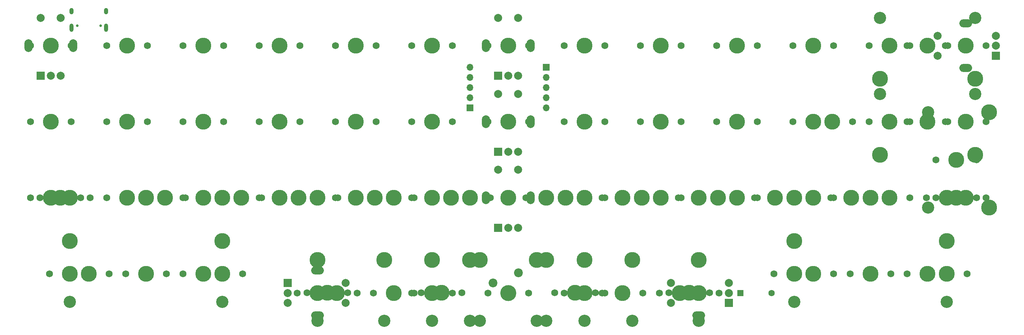
<source format=gbr>
%TF.GenerationSoftware,KiCad,Pcbnew,(6.0.11)*%
%TF.CreationDate,2023-02-27T17:51:17+01:00*%
%TF.ProjectId,alpha-curISO_routingv6,616c7068-612d-4637-9572-49534f5f726f,rev?*%
%TF.SameCoordinates,Original*%
%TF.FileFunction,Soldermask,Top*%
%TF.FilePolarity,Negative*%
%FSLAX46Y46*%
G04 Gerber Fmt 4.6, Leading zero omitted, Abs format (unit mm)*
G04 Created by KiCad (PCBNEW (6.0.11)) date 2023-02-27 17:51:17*
%MOMM*%
%LPD*%
G01*
G04 APERTURE LIST*
%ADD10C,1.750000*%
%ADD11C,3.987800*%
%ADD12O,2.000000X3.200000*%
%ADD13R,2.000000X2.000000*%
%ADD14C,2.000000*%
%ADD15C,3.048000*%
%ADD16O,3.200000X2.000000*%
%ADD17C,4.000000*%
%ADD18C,2.200000*%
%ADD19R,1.700000X1.700000*%
%ADD20O,1.700000X1.700000*%
%ADD21R,1.600000X1.600000*%
%ADD22C,1.600000*%
%ADD23C,0.650000*%
%ADD24O,1.000000X1.600000*%
%ADD25O,1.000000X2.100000*%
G04 APERTURE END LIST*
D10*
%TO.C,SW30(ortho)1*%
X95567500Y-96820487D03*
D11*
X90487500Y-96820487D03*
D10*
X85407500Y-96820487D03*
%TD*%
%TO.C,SW12*%
X247967500Y-58737500D03*
D11*
X242887500Y-58737500D03*
D10*
X237807500Y-58737500D03*
%TD*%
D11*
%TO.C,SW31(ortho)1*%
X109537500Y-96820487D03*
D10*
X114617500Y-96820487D03*
X104457500Y-96820487D03*
%TD*%
%TO.C,SW43(1.75)1*%
X136062566Y-120635521D03*
X125902566Y-120635521D03*
D11*
X130982566Y-120635521D03*
%TD*%
D10*
%TO.C,SW48*%
X243205000Y-115887500D03*
X233045000Y-115887500D03*
D11*
X238125000Y-115887500D03*
%TD*%
D10*
%TO.C,SW33(1.5stagger)1*%
X152082500Y-96820487D03*
D11*
X157162500Y-96820487D03*
D10*
X162242500Y-96820487D03*
%TD*%
D12*
%TO.C,SW_rotary3*%
X153237500Y-58737500D03*
X142037500Y-58737500D03*
D13*
X145137500Y-66237500D03*
D14*
X150137500Y-66237500D03*
X147637500Y-66237500D03*
X150137500Y-51737500D03*
X145137500Y-51737500D03*
%TD*%
D10*
%TO.C,SW42(3)1*%
X124142500Y-120650000D03*
X113982500Y-120650000D03*
D11*
X119062500Y-120650000D03*
D15*
X138112500Y-127635000D03*
D11*
X100012500Y-112395000D03*
X138112500Y-112395000D03*
D15*
X100012500Y-127635000D03*
%TD*%
D10*
%TO.C,SW32(ortho)1*%
X133667500Y-96820487D03*
X123507500Y-96820487D03*
D11*
X128587500Y-96820487D03*
%TD*%
%TO.C,SW42(1)1*%
X100012500Y-120650000D03*
D10*
X105092500Y-120650000D03*
X94932500Y-120650000D03*
%TD*%
%TO.C,SW34(1.5stagger)1*%
X171132500Y-96820487D03*
D11*
X176212500Y-96820487D03*
D10*
X181292500Y-96820487D03*
%TD*%
%TO.C,SW21*%
X171767500Y-77787500D03*
D11*
X166687500Y-77787500D03*
D10*
X161607500Y-77787500D03*
%TD*%
D11*
%TO.C,SW28*%
X57150000Y-96820487D03*
D10*
X52070000Y-96820487D03*
X62230000Y-96820487D03*
%TD*%
D11*
%TO.C,SW8*%
X166687500Y-58737500D03*
D10*
X161607500Y-58737500D03*
X171767500Y-58737500D03*
%TD*%
%TO.C,SW28(1.5stagger)1*%
X66992500Y-96820487D03*
D11*
X61912500Y-96820487D03*
D10*
X56832500Y-96820487D03*
%TD*%
%TO.C,SW46(1.5)1*%
X195580000Y-120650000D03*
D11*
X190500000Y-120650000D03*
D10*
X185420000Y-120650000D03*
%TD*%
%TO.C,SW23*%
X209867500Y-77787500D03*
X199707500Y-77787500D03*
D11*
X204787500Y-77787500D03*
%TD*%
D10*
%TO.C,SW36*%
X224155000Y-96820487D03*
D11*
X219075000Y-96820487D03*
D10*
X213995000Y-96820487D03*
%TD*%
D11*
%TO.C,SW12(2)1*%
X240506250Y-66992500D03*
X252412500Y-58737500D03*
X264318750Y-66992500D03*
D10*
X247332500Y-58737500D03*
D15*
X240506250Y-51752500D03*
D10*
X257492500Y-58737500D03*
D15*
X264318750Y-51752500D03*
%TD*%
D11*
%TO.C,SW15*%
X52387500Y-77787500D03*
D10*
X57467500Y-77787500D03*
X47307500Y-77787500D03*
%TD*%
%TO.C,SW50(ortho)1*%
X152717500Y-96820487D03*
D11*
X147637500Y-96820487D03*
D10*
X142557500Y-96820487D03*
%TD*%
D11*
%TO.C,SW39(1.5)1*%
X42862500Y-115887500D03*
D10*
X37782500Y-115887500D03*
X47942500Y-115887500D03*
%TD*%
D11*
%TO.C,SW6*%
X128587500Y-58737500D03*
D10*
X133667500Y-58737500D03*
X123507500Y-58737500D03*
%TD*%
%TO.C,SW31*%
X109220000Y-96820487D03*
D11*
X114300000Y-96820487D03*
D10*
X119380000Y-96820487D03*
%TD*%
%TO.C,SW37(1.5stagger)1*%
X238442500Y-96820487D03*
D11*
X233362500Y-96820487D03*
D10*
X228282500Y-96820487D03*
%TD*%
%TO.C,SW38(1.25)1*%
X254475000Y-96820487D03*
X264635000Y-96820487D03*
D11*
X259555000Y-96820487D03*
%TD*%
D10*
%TO.C,SW47*%
X213995000Y-115887500D03*
X224155000Y-115887500D03*
D11*
X219075000Y-115887500D03*
%TD*%
D10*
%TO.C,SW46(1)1*%
X200342500Y-120650000D03*
X190182500Y-120650000D03*
D11*
X195262500Y-120650000D03*
%TD*%
%TO.C,SW1*%
X33337500Y-58737500D03*
D10*
X38417500Y-58737500D03*
X28257500Y-58737500D03*
%TD*%
D11*
%TO.C,SW26(ISO)1*%
X259556250Y-87312500D03*
X267811250Y-99250500D03*
D10*
X264636250Y-87312500D03*
D15*
X252571250Y-99250500D03*
X252571250Y-75374500D03*
D10*
X254476250Y-87312500D03*
D11*
X267811250Y-75374500D03*
%TD*%
D10*
%TO.C,SW37(ortho)1*%
X247967500Y-96820487D03*
X237807500Y-96820487D03*
D11*
X242887500Y-96820487D03*
%TD*%
D10*
%TO.C,SW41(1.5)1*%
X76517500Y-115887500D03*
X66357500Y-115887500D03*
D11*
X71437500Y-115887500D03*
%TD*%
%TO.C,SW27(ortho)1*%
X33337500Y-96820487D03*
D10*
X38417500Y-96820487D03*
X28257500Y-96820487D03*
%TD*%
D11*
%TO.C,SW38(1.5)1*%
X257175000Y-96820487D03*
D10*
X262255000Y-96820487D03*
X252095000Y-96820487D03*
%TD*%
D16*
%TO.C,SW_rotary2*%
X261937500Y-53137500D03*
X261937500Y-64337500D03*
D13*
X269437500Y-61237500D03*
D14*
X269437500Y-56237500D03*
X269437500Y-58737500D03*
X254937500Y-56237500D03*
X254937500Y-61237500D03*
%TD*%
D16*
%TO.C,SW_rotary6*%
X195262500Y-126250000D03*
D13*
X202762500Y-123150000D03*
D14*
X202762500Y-118150000D03*
X202762500Y-120650000D03*
X188262500Y-118150000D03*
X188262500Y-123150000D03*
%TD*%
D10*
%TO.C,SW9*%
X180657500Y-58737500D03*
X190817500Y-58737500D03*
D11*
X185737500Y-58737500D03*
%TD*%
%TO.C,SW33*%
X161925000Y-96820487D03*
D10*
X156845000Y-96820487D03*
X167005000Y-96820487D03*
%TD*%
%TO.C,SW43(2)1*%
X133667500Y-120650000D03*
D15*
X116681250Y-127635000D03*
D10*
X123507500Y-120650000D03*
D11*
X116681250Y-112395000D03*
X128587500Y-120650000D03*
D15*
X140493750Y-127635000D03*
D11*
X140493750Y-112395000D03*
%TD*%
D17*
%TO.C,SW44(4)1*%
X147637500Y-120650000D03*
D11*
X178625500Y-112420400D03*
D15*
X116649500Y-127635000D03*
X178625500Y-127660400D03*
D11*
X116649500Y-112395000D03*
D18*
X143827500Y-118110000D03*
X150177500Y-115570000D03*
%TD*%
D10*
%TO.C,SW33(ortho)1*%
X171767500Y-96820487D03*
X161607500Y-96820487D03*
D11*
X166687500Y-96820487D03*
%TD*%
%TO.C,SW10*%
X204787500Y-58737500D03*
D10*
X199707500Y-58737500D03*
X209867500Y-58737500D03*
%TD*%
D11*
%TO.C,SW18*%
X109537500Y-77787500D03*
D10*
X114617500Y-77787500D03*
X104457500Y-77787500D03*
%TD*%
%TO.C,SW34(ortho)1*%
X180657500Y-96820487D03*
D11*
X185737500Y-96820487D03*
D10*
X190817500Y-96820487D03*
%TD*%
D11*
%TO.C,SW36(ortho)1*%
X223837500Y-96820487D03*
D10*
X218757500Y-96820487D03*
X228917500Y-96820487D03*
%TD*%
D16*
%TO.C,SW_rotary5*%
X100012500Y-126250000D03*
X100012500Y-115050000D03*
D13*
X92512500Y-118150000D03*
D14*
X92512500Y-123150000D03*
X92512500Y-120650000D03*
X107012500Y-123150000D03*
X107012500Y-118150000D03*
%TD*%
D10*
%TO.C,SW2*%
X47307500Y-58737500D03*
X57467500Y-58737500D03*
D11*
X52387500Y-58737500D03*
%TD*%
%TO.C,SW38(ortho)1*%
X261937500Y-96820487D03*
D10*
X256857500Y-96820487D03*
X267017500Y-96820487D03*
%TD*%
D11*
%TO.C,SW49(1.5)1*%
X252412500Y-115887500D03*
D10*
X257492500Y-115887500D03*
X247332500Y-115887500D03*
%TD*%
%TO.C,SW34*%
X175895000Y-96820487D03*
X186055000Y-96820487D03*
D11*
X180975000Y-96820487D03*
%TD*%
D10*
%TO.C,SW4*%
X85407500Y-58737500D03*
X95567500Y-58737500D03*
D11*
X90487500Y-58737500D03*
%TD*%
D10*
%TO.C,SW13*%
X267017500Y-58737500D03*
D11*
X261937500Y-58737500D03*
D10*
X256857500Y-58737500D03*
%TD*%
%TO.C,SW35(ortho)1*%
X199707500Y-96820487D03*
D11*
X204787500Y-96820487D03*
D10*
X209867500Y-96820487D03*
%TD*%
%TO.C,SW32*%
X138430000Y-96820487D03*
D11*
X133350000Y-96820487D03*
D10*
X128270000Y-96820487D03*
%TD*%
D11*
%TO.C,SW29(ortho)1*%
X71437500Y-96820487D03*
D10*
X76517500Y-96820487D03*
X66357500Y-96820487D03*
%TD*%
D11*
%TO.C,SW30(1.5stagger)1*%
X100012500Y-96820487D03*
D10*
X105092500Y-96820487D03*
X94932500Y-96820487D03*
%TD*%
%TO.C,SW29(1.5stagger)1*%
X86042500Y-96820487D03*
X75882500Y-96820487D03*
D11*
X80962500Y-96820487D03*
%TD*%
D10*
%TO.C,SW45(2)1*%
X161607500Y-120650000D03*
D15*
X154781250Y-127635000D03*
X178593750Y-127635000D03*
D11*
X166687500Y-120650000D03*
X178593750Y-112395000D03*
X154781250Y-112395000D03*
D10*
X171767500Y-120650000D03*
%TD*%
D11*
%TO.C,SW46(1.25)1*%
X192895066Y-120635521D03*
D10*
X197975066Y-120635521D03*
X187815066Y-120635521D03*
%TD*%
%TO.C,SW16*%
X66357500Y-77787500D03*
X76517500Y-77787500D03*
D11*
X71437500Y-77787500D03*
%TD*%
D10*
%TO.C,SW25*%
X247967500Y-77787500D03*
D11*
X242887500Y-77787500D03*
D10*
X237807500Y-77787500D03*
%TD*%
D11*
%TO.C,SW46(3)1*%
X157162500Y-112395000D03*
X195262500Y-112395000D03*
D15*
X195262500Y-127635000D03*
D10*
X171132500Y-120650000D03*
D15*
X157162500Y-127635000D03*
D10*
X181292500Y-120650000D03*
D11*
X176212500Y-120650000D03*
%TD*%
D10*
%TO.C,SW39*%
X33020000Y-115887500D03*
D11*
X38100000Y-115887500D03*
D10*
X43180000Y-115887500D03*
%TD*%
%TO.C,SW19*%
X123507500Y-77787500D03*
D11*
X128587500Y-77787500D03*
D10*
X133667500Y-77787500D03*
%TD*%
D19*
%TO.C,J2*%
X157162500Y-64135000D03*
D20*
X157162500Y-66675000D03*
X157162500Y-69215000D03*
X157162500Y-71755000D03*
X157162500Y-74295000D03*
%TD*%
D11*
%TO.C,SW44(6)1*%
X195262500Y-112395000D03*
X147637500Y-120650000D03*
X100012500Y-112395000D03*
D15*
X100012500Y-127635000D03*
D10*
X152717500Y-120650000D03*
X142557500Y-120650000D03*
D15*
X195262500Y-127635000D03*
%TD*%
D10*
%TO.C,SW35*%
X194945000Y-96820487D03*
D11*
X200025000Y-96820487D03*
D10*
X205105000Y-96820487D03*
%TD*%
D11*
%TO.C,SW37*%
X238125000Y-96820487D03*
D10*
X243205000Y-96820487D03*
X233045000Y-96820487D03*
%TD*%
D11*
%TO.C,SW20*%
X147637500Y-77787500D03*
D10*
X152717500Y-77787500D03*
X142557500Y-77787500D03*
%TD*%
D11*
%TO.C,SW11*%
X223837500Y-58737500D03*
D10*
X218757500Y-58737500D03*
X228917500Y-58737500D03*
%TD*%
%TO.C,SW24(1.5)1*%
X233680000Y-77787500D03*
D11*
X228600000Y-77787500D03*
D10*
X223520000Y-77787500D03*
%TD*%
D11*
%TO.C,SW7*%
X147637500Y-58737500D03*
D10*
X142557500Y-58737500D03*
X152717500Y-58737500D03*
%TD*%
D11*
%TO.C,SW40*%
X57150000Y-115887500D03*
D10*
X52070000Y-115887500D03*
X62230000Y-115887500D03*
%TD*%
D15*
%TO.C,SW26(2)1*%
X264318750Y-70802500D03*
D10*
X257492500Y-77787500D03*
X247332500Y-77787500D03*
D11*
X240506250Y-86042500D03*
D15*
X240506250Y-70802500D03*
D11*
X264318750Y-86042500D03*
X252412500Y-77787500D03*
%TD*%
D10*
%TO.C,SW48(3)1*%
X243205000Y-115887500D03*
X233045000Y-115887500D03*
D15*
X257175000Y-122872500D03*
D11*
X219075000Y-107632500D03*
X257175000Y-107632500D03*
D15*
X219075000Y-122872500D03*
D11*
X238125000Y-115887500D03*
%TD*%
D12*
%TO.C,SW_rotary1*%
X27737500Y-58737500D03*
X38937500Y-58737500D03*
D13*
X30837500Y-66237500D03*
D14*
X35837500Y-66237500D03*
X33337500Y-66237500D03*
X35837500Y-51737500D03*
X30837500Y-51737500D03*
%TD*%
D12*
%TO.C,SW_rotary4*%
X153237500Y-77787500D03*
X142037500Y-77787500D03*
D13*
X145137500Y-85287500D03*
D14*
X150137500Y-85287500D03*
X147637500Y-85287500D03*
X150137500Y-70787500D03*
X145137500Y-70787500D03*
%TD*%
D10*
%TO.C,SW36(1.5stagger)1*%
X209232500Y-96820487D03*
D11*
X214312500Y-96820487D03*
D10*
X219392500Y-96820487D03*
%TD*%
%TO.C,SW5*%
X104457500Y-58737500D03*
X114617500Y-58737500D03*
D11*
X109537500Y-58737500D03*
%TD*%
D15*
%TO.C,SW44(3)1*%
X166687500Y-127635000D03*
D11*
X147637500Y-120650000D03*
X128587500Y-112395000D03*
D15*
X128587500Y-127635000D03*
D10*
X142557500Y-120650000D03*
D11*
X166687500Y-112395000D03*
D10*
X152717500Y-120650000D03*
%TD*%
D21*
%TO.C,R8*%
X205650000Y-120650000D03*
D22*
X213450000Y-120650000D03*
%TD*%
D12*
%TO.C,SW_rotary7*%
X153237500Y-96820487D03*
X142037500Y-96820487D03*
D13*
X145137500Y-104320487D03*
D14*
X150137500Y-104320487D03*
X147637500Y-104320487D03*
X150137500Y-89820487D03*
X145137500Y-89820487D03*
%TD*%
D10*
%TO.C,SW22*%
X190817500Y-77787500D03*
X180657500Y-77787500D03*
D11*
X185737500Y-77787500D03*
%TD*%
D10*
%TO.C,SW27(1.5)1*%
X33020000Y-96820487D03*
D11*
X38100000Y-96820487D03*
D10*
X43180000Y-96820487D03*
%TD*%
%TO.C,SW42(1.25)1*%
X97327566Y-120635521D03*
X107487566Y-120635521D03*
D11*
X102407566Y-120635521D03*
%TD*%
D10*
%TO.C,SW42(1.5)1*%
X109855000Y-120650000D03*
X99695000Y-120650000D03*
D11*
X104775000Y-120650000D03*
%TD*%
D10*
%TO.C,SW27(1.25)1*%
X30640000Y-96820487D03*
X40800000Y-96820487D03*
D11*
X35720000Y-96820487D03*
%TD*%
%TO.C,SW49*%
X257175000Y-115887500D03*
D10*
X252095000Y-115887500D03*
X262255000Y-115887500D03*
%TD*%
D11*
%TO.C,SW26*%
X261937500Y-77787500D03*
D10*
X256857500Y-77787500D03*
X267017500Y-77787500D03*
%TD*%
D11*
%TO.C,SW28(ortho)1*%
X52387500Y-96820487D03*
D10*
X47307500Y-96820487D03*
X57467500Y-96820487D03*
%TD*%
%TO.C,SW24*%
X218757500Y-77787500D03*
X228917500Y-77787500D03*
D11*
X223837500Y-77787500D03*
%TD*%
D10*
%TO.C,SW17*%
X95567500Y-77787500D03*
X85407500Y-77787500D03*
D11*
X90487500Y-77787500D03*
%TD*%
%TO.C,SW40(3)1*%
X76200000Y-107632500D03*
D10*
X62230000Y-115887500D03*
D15*
X76200000Y-122872500D03*
X38100000Y-122872500D03*
D11*
X57150000Y-115887500D03*
X38100000Y-107632500D03*
D10*
X52070000Y-115887500D03*
%TD*%
%TO.C,SW3*%
X76517500Y-58737500D03*
D11*
X71437500Y-58737500D03*
D10*
X66357500Y-58737500D03*
%TD*%
%TO.C,SW45(1.75)1*%
X169400066Y-120635521D03*
X159240066Y-120635521D03*
D11*
X164320066Y-120635521D03*
%TD*%
%TO.C,SW14*%
X33337500Y-77787500D03*
D10*
X38417500Y-77787500D03*
X28257500Y-77787500D03*
%TD*%
%TO.C,SW41*%
X81280000Y-115887500D03*
D11*
X76200000Y-115887500D03*
D10*
X71120000Y-115887500D03*
%TD*%
%TO.C,SW47(1.5)1*%
X228917500Y-115887500D03*
D11*
X223837500Y-115887500D03*
D10*
X218757500Y-115887500D03*
%TD*%
%TO.C,SW35(1.5stagger)1*%
X190182500Y-96820487D03*
D11*
X195262500Y-96820487D03*
D10*
X200342500Y-96820487D03*
%TD*%
D11*
%TO.C,SW30*%
X95250000Y-96820487D03*
D10*
X100330000Y-96820487D03*
X90170000Y-96820487D03*
%TD*%
%TO.C,SW32(1.5stagger)1*%
X143192500Y-96820487D03*
X133032500Y-96820487D03*
D11*
X138112500Y-96820487D03*
%TD*%
D10*
%TO.C,SW31(1.5stagger)1*%
X113982500Y-96820487D03*
X124142500Y-96820487D03*
D11*
X119062500Y-96820487D03*
%TD*%
D10*
%TO.C,SW29*%
X81280000Y-96820487D03*
X71120000Y-96820487D03*
D11*
X76200000Y-96820487D03*
%TD*%
D23*
%TO.C,USB1*%
X39972500Y-53686838D03*
X45752500Y-53686838D03*
D24*
X47182500Y-50036838D03*
D25*
X38542500Y-54216838D03*
X47182500Y-54216838D03*
D24*
X38542500Y-50036838D03*
%TD*%
D19*
%TO.C,J1*%
X138074000Y-74265000D03*
D20*
X138074000Y-71725000D03*
X138074000Y-69185000D03*
X138074000Y-66645000D03*
X138074000Y-64105000D03*
%TD*%
M02*

</source>
